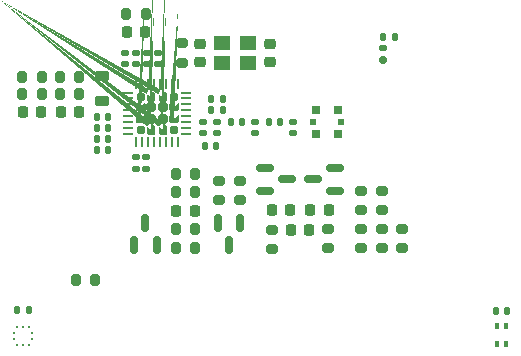
<source format=gtp>
G04 #@! TF.GenerationSoftware,KiCad,Pcbnew,(6.0.9)*
G04 #@! TF.CreationDate,2022-11-24T22:46:59+01:00*
G04 #@! TF.ProjectId,telinksensor-hw,74656c69-6e6b-4736-956e-736f722d6877,rev?*
G04 #@! TF.SameCoordinates,Original*
G04 #@! TF.FileFunction,Paste,Top*
G04 #@! TF.FilePolarity,Positive*
%FSLAX46Y46*%
G04 Gerber Fmt 4.6, Leading zero omitted, Abs format (unit mm)*
G04 Created by KiCad (PCBNEW (6.0.9)) date 2022-11-24 22:46:59*
%MOMM*%
%LPD*%
G01*
G04 APERTURE LIST*
G04 Aperture macros list*
%AMRoundRect*
0 Rectangle with rounded corners*
0 $1 Rounding radius*
0 $2 $3 $4 $5 $6 $7 $8 $9 X,Y pos of 4 corners*
0 Add a 4 corners polygon primitive as box body*
4,1,4,$2,$3,$4,$5,$6,$7,$8,$9,$2,$3,0*
0 Add four circle primitives for the rounded corners*
1,1,$1+$1,$2,$3*
1,1,$1+$1,$4,$5*
1,1,$1+$1,$6,$7*
1,1,$1+$1,$8,$9*
0 Add four rect primitives between the rounded corners*
20,1,$1+$1,$2,$3,$4,$5,0*
20,1,$1+$1,$4,$5,$6,$7,0*
20,1,$1+$1,$6,$7,$8,$9,0*
20,1,$1+$1,$8,$9,$2,$3,0*%
%AMFreePoly0*
4,1,51,0.336391,0.320733,0.339746,0.321325,0.342697,0.319621,0.352657,0.317865,0.367915,0.305062,0.385173,0.295098,0.387540,0.288594,0.392839,0.284148,0.396298,0.264531,0.403113,0.245807,0.403113,-0.182281,0.402286,-0.186969,0.402821,-0.188965,0.401395,-0.192023,0.398488,-0.208508,0.387729,-0.221330,0.380653,-0.236504,0.317127,-0.300030,0.313229,-0.302759,0.312195,-0.304550,
0.309022,-0.305705,0.295311,-0.315305,0.278638,-0.316764,0.262904,-0.322490,-0.262904,-0.322490,-0.267592,-0.321663,-0.269588,-0.322198,-0.272646,-0.320772,-0.289131,-0.317865,-0.301953,-0.307106,-0.317127,-0.300030,-0.380653,-0.236504,-0.383382,-0.232606,-0.385173,-0.231572,-0.386328,-0.228399,-0.395928,-0.214688,-0.397387,-0.198015,-0.403113,-0.182281,-0.403113,0.245807,-0.401356,0.255768,
-0.401948,0.259123,-0.400244,0.262074,-0.398488,0.272034,-0.385685,0.287292,-0.375721,0.304550,-0.369217,0.306917,-0.364771,0.312216,-0.345154,0.315675,-0.326430,0.322490,0.326430,0.322490,0.336391,0.320733,0.336391,0.320733,$1*%
%AMFreePoly1*
4,1,51,0.267590,0.321664,0.269588,0.322199,0.272649,0.320771,0.289131,0.317865,0.301953,0.307106,0.317127,0.300030,0.380653,0.236504,0.383383,0.232606,0.385173,0.231572,0.386327,0.228400,0.395928,0.214689,0.397387,0.198015,0.403113,0.182281,0.403113,-0.245807,0.401356,-0.255768,0.401948,-0.259123,0.400244,-0.262074,0.398488,-0.272034,0.385685,-0.287292,0.375721,-0.304550,
0.369217,-0.306917,0.364771,-0.312216,0.345154,-0.315675,0.326430,-0.322490,-0.326430,-0.322490,-0.336391,-0.320733,-0.339746,-0.321325,-0.342697,-0.319621,-0.352657,-0.317865,-0.367915,-0.305062,-0.385173,-0.295098,-0.387540,-0.288594,-0.392839,-0.284148,-0.396298,-0.264531,-0.403113,-0.245807,-0.403113,0.182281,-0.402287,0.186967,-0.402822,0.188965,-0.401394,0.192026,-0.398488,0.208508,
-0.387729,0.221330,-0.380653,0.236504,-0.317127,0.300030,-0.313229,0.302760,-0.312195,0.304550,-0.309023,0.305704,-0.295312,0.315305,-0.278638,0.316764,-0.262904,0.322490,0.262904,0.322490,0.267590,0.321664,0.267590,0.321664,$1*%
%AMFreePoly2*
4,1,51,0.255768,0.401356,0.259123,0.401948,0.262074,0.400244,0.272034,0.398488,0.287292,0.385685,0.304550,0.375721,0.306917,0.369217,0.312216,0.364771,0.315675,0.345154,0.322490,0.326430,0.322490,-0.326430,0.320733,-0.336391,0.321325,-0.339746,0.319621,-0.342697,0.317865,-0.352657,0.305062,-0.367915,0.295098,-0.385173,0.288594,-0.387540,0.284148,-0.392839,0.264531,-0.396298,
0.245807,-0.403113,-0.182281,-0.403113,-0.186969,-0.402286,-0.188965,-0.402821,-0.192023,-0.401395,-0.208508,-0.398488,-0.221330,-0.387729,-0.236504,-0.380653,-0.300030,-0.317127,-0.302759,-0.313229,-0.304550,-0.312195,-0.305705,-0.309022,-0.315305,-0.295311,-0.316764,-0.278638,-0.322490,-0.262904,-0.322490,0.262904,-0.321664,0.267590,-0.322199,0.269588,-0.320771,0.272649,-0.317865,0.289131,
-0.307106,0.301953,-0.300030,0.317127,-0.236504,0.380653,-0.232606,0.383383,-0.231572,0.385173,-0.228400,0.386327,-0.214689,0.395928,-0.198015,0.397387,-0.182281,0.403113,0.245807,0.403113,0.255768,0.401356,0.255768,0.401356,$1*%
%AMFreePoly3*
4,1,48,0.243847,0.320420,0.247801,0.321117,0.251279,0.319109,0.263019,0.317039,0.281007,0.301946,0.301344,0.290204,0.304133,0.282540,0.310381,0.277298,0.314459,0.254171,0.322490,0.232106,0.322490,-0.232106,0.320420,-0.243847,0.321117,-0.247801,0.319109,-0.251279,0.317039,-0.263019,0.301946,-0.281007,0.290204,-0.301344,0.282540,-0.304133,0.277298,-0.310381,0.254171,-0.314459,
0.232106,-0.322490,-0.232106,-0.322490,-0.243847,-0.320420,-0.247801,-0.321117,-0.251279,-0.319109,-0.263019,-0.317039,-0.281007,-0.301946,-0.301344,-0.290204,-0.304133,-0.282540,-0.310381,-0.277298,-0.314459,-0.254171,-0.322490,-0.232106,-0.322490,0.157228,-0.321516,0.162753,-0.322146,0.165105,-0.320466,0.168709,-0.317039,0.188141,-0.304356,0.203257,-0.296017,0.221139,-0.221139,0.296017,
-0.216544,0.299234,-0.215326,0.301344,-0.211588,0.302705,-0.195426,0.314021,-0.175771,0.315741,-0.157228,0.322490,0.232106,0.322490,0.243847,0.320420,0.243847,0.320420,$1*%
%AMFreePoly4*
4,1,48,0.243847,0.320420,0.247801,0.321117,0.251279,0.319109,0.263019,0.317039,0.281007,0.301946,0.301344,0.290204,0.304133,0.282540,0.310381,0.277298,0.314459,0.254171,0.322490,0.232106,0.322490,-0.232106,0.320420,-0.243847,0.321117,-0.247801,0.319109,-0.251279,0.317039,-0.263019,0.301946,-0.281007,0.290204,-0.301344,0.282540,-0.304133,0.277298,-0.310381,0.254171,-0.314459,
0.232106,-0.322490,-0.157228,-0.322490,-0.162754,-0.321516,-0.165106,-0.322146,-0.168710,-0.320465,-0.188141,-0.317039,-0.203256,-0.304356,-0.221139,-0.296017,-0.296017,-0.221139,-0.299234,-0.216544,-0.301344,-0.215326,-0.302705,-0.211588,-0.314021,-0.195426,-0.315741,-0.175771,-0.322490,-0.157228,-0.322490,0.232106,-0.320420,0.243847,-0.321117,0.247801,-0.319109,0.251279,-0.317039,0.263019,
-0.301946,0.281007,-0.290204,0.301344,-0.282540,0.304133,-0.277298,0.310381,-0.254171,0.314459,-0.232106,0.322490,0.232106,0.322490,0.243847,0.320420,0.243847,0.320420,$1*%
%AMFreePoly5*
4,1,51,0.186967,0.402287,0.188965,0.402822,0.192026,0.401394,0.208508,0.398488,0.221330,0.387729,0.236504,0.380653,0.300030,0.317127,0.302760,0.313229,0.304550,0.312195,0.305704,0.309023,0.315305,0.295312,0.316764,0.278638,0.322490,0.262904,0.322490,-0.262904,0.321663,-0.267592,0.322198,-0.269588,0.320772,-0.272646,0.317865,-0.289131,0.307106,-0.301953,0.300030,-0.317127,
0.236504,-0.380653,0.232606,-0.383382,0.231572,-0.385173,0.228399,-0.386328,0.214688,-0.395928,0.198015,-0.397387,0.182281,-0.403113,-0.245807,-0.403113,-0.255768,-0.401356,-0.259123,-0.401948,-0.262074,-0.400244,-0.272034,-0.398488,-0.287292,-0.385685,-0.304550,-0.375721,-0.306917,-0.369217,-0.312216,-0.364771,-0.315675,-0.345154,-0.322490,-0.326430,-0.322490,0.326430,-0.320733,0.336391,
-0.321325,0.339746,-0.319621,0.342697,-0.317865,0.352657,-0.305062,0.367915,-0.295098,0.385173,-0.288594,0.387540,-0.284148,0.392839,-0.264531,0.396298,-0.245807,0.403113,0.182281,0.403113,0.186967,0.402287,0.186967,0.402287,$1*%
%AMFreePoly6*
4,1,48,0.243847,0.320420,0.247801,0.321117,0.251279,0.319109,0.263019,0.317039,0.281007,0.301946,0.301344,0.290204,0.304133,0.282540,0.310381,0.277298,0.314459,0.254171,0.322490,0.232106,0.322490,-0.157228,0.321516,-0.162754,0.322146,-0.165106,0.320465,-0.168710,0.317039,-0.188141,0.304356,-0.203256,0.296017,-0.221139,0.221139,-0.296017,0.216544,-0.299234,0.215326,-0.301344,
0.211588,-0.302705,0.195426,-0.314021,0.175771,-0.315741,0.157228,-0.322490,-0.232106,-0.322490,-0.243847,-0.320420,-0.247801,-0.321117,-0.251279,-0.319109,-0.263019,-0.317039,-0.281007,-0.301946,-0.301344,-0.290204,-0.304133,-0.282540,-0.310381,-0.277298,-0.314459,-0.254171,-0.322490,-0.232106,-0.322490,0.232106,-0.320420,0.243847,-0.321117,0.247801,-0.319109,0.251279,-0.317039,0.263019,
-0.301946,0.281007,-0.290204,0.301344,-0.282540,0.304133,-0.277298,0.310381,-0.254171,0.314459,-0.232106,0.322490,0.232106,0.322490,0.243847,0.320420,0.243847,0.320420,$1*%
%AMFreePoly7*
4,1,48,0.162753,0.321516,0.165105,0.322146,0.168709,0.320466,0.188141,0.317039,0.203257,0.304356,0.221139,0.296017,0.296017,0.221139,0.299234,0.216544,0.301344,0.215326,0.302705,0.211588,0.314021,0.195426,0.315741,0.175771,0.322490,0.157228,0.322490,-0.232106,0.320420,-0.243847,0.321117,-0.247801,0.319109,-0.251279,0.317039,-0.263019,0.301946,-0.281007,0.290204,-0.301344,
0.282540,-0.304133,0.277298,-0.310381,0.254171,-0.314459,0.232106,-0.322490,-0.232106,-0.322490,-0.243847,-0.320420,-0.247801,-0.321117,-0.251279,-0.319109,-0.263019,-0.317039,-0.281007,-0.301946,-0.301344,-0.290204,-0.304133,-0.282540,-0.310381,-0.277298,-0.314459,-0.254171,-0.322490,-0.232106,-0.322490,0.232106,-0.320420,0.243847,-0.321117,0.247801,-0.319109,0.251279,-0.317039,0.263019,
-0.301946,0.281007,-0.290204,0.301344,-0.282540,0.304133,-0.277298,0.310381,-0.254171,0.314459,-0.232106,0.322490,0.157228,0.322490,0.162753,0.321516,0.162753,0.321516,$1*%
G04 Aperture macros list end*
%ADD10RoundRect,0.160000X0.160000X-0.160000X0.160000X0.160000X-0.160000X0.160000X-0.160000X-0.160000X0*%
%ADD11RoundRect,0.140000X0.170000X-0.140000X0.170000X0.140000X-0.170000X0.140000X-0.170000X-0.140000X0*%
%ADD12RoundRect,0.140000X0.140000X0.170000X-0.140000X0.170000X-0.140000X-0.170000X0.140000X-0.170000X0*%
%ADD13RoundRect,0.225000X-0.225000X-0.250000X0.225000X-0.250000X0.225000X0.250000X-0.225000X0.250000X0*%
%ADD14RoundRect,0.140000X-0.170000X0.140000X-0.170000X-0.140000X0.170000X-0.140000X0.170000X0.140000X0*%
%ADD15RoundRect,0.200000X0.275000X-0.200000X0.275000X0.200000X-0.275000X0.200000X-0.275000X-0.200000X0*%
%ADD16RoundRect,0.140000X-0.140000X-0.170000X0.140000X-0.170000X0.140000X0.170000X-0.140000X0.170000X0*%
%ADD17RoundRect,0.147500X0.172500X-0.147500X0.172500X0.147500X-0.172500X0.147500X-0.172500X-0.147500X0*%
%ADD18FreePoly0,270.000000*%
%ADD19FreePoly1,270.000000*%
%ADD20FreePoly2,270.000000*%
%ADD21FreePoly3,270.000000*%
%ADD22FreePoly4,270.000000*%
%ADD23RoundRect,0.201557X-0.201556X0.201556X-0.201556X-0.201556X0.201556X-0.201556X0.201556X0.201556X0*%
%ADD24FreePoly5,270.000000*%
%ADD25FreePoly6,270.000000*%
%ADD26FreePoly7,270.000000*%
%ADD27RoundRect,0.062500X-0.062500X0.337500X-0.062500X-0.337500X0.062500X-0.337500X0.062500X0.337500X0*%
%ADD28RoundRect,0.062500X-0.337500X0.062500X-0.337500X-0.062500X0.337500X-0.062500X0.337500X0.062500X0*%
%ADD29R,0.450000X0.600000*%
%ADD30RoundRect,0.200000X0.200000X0.275000X-0.200000X0.275000X-0.200000X-0.275000X0.200000X-0.275000X0*%
%ADD31RoundRect,0.200000X-0.200000X-0.275000X0.200000X-0.275000X0.200000X0.275000X-0.200000X0.275000X0*%
%ADD32RoundRect,0.150000X0.150000X-0.587500X0.150000X0.587500X-0.150000X0.587500X-0.150000X-0.587500X0*%
%ADD33RoundRect,0.150000X0.587500X0.150000X-0.587500X0.150000X-0.587500X-0.150000X0.587500X-0.150000X0*%
%ADD34RoundRect,0.218750X0.381250X-0.218750X0.381250X0.218750X-0.381250X0.218750X-0.381250X-0.218750X0*%
%ADD35RoundRect,0.200000X-0.275000X0.200000X-0.275000X-0.200000X0.275000X-0.200000X0.275000X0.200000X0*%
%ADD36RoundRect,0.225000X0.250000X-0.225000X0.250000X0.225000X-0.250000X0.225000X-0.250000X-0.225000X0*%
%ADD37RoundRect,0.225000X-0.250000X0.225000X-0.250000X-0.225000X0.250000X-0.225000X0.250000X0.225000X0*%
%ADD38R,0.580000X0.500000*%
%ADD39R,0.800000X0.750000*%
%ADD40RoundRect,0.150000X-0.587500X-0.150000X0.587500X-0.150000X0.587500X0.150000X-0.587500X0.150000X0*%
%ADD41RoundRect,0.147500X-0.147500X-0.172500X0.147500X-0.172500X0.147500X0.172500X-0.147500X0.172500X0*%
%ADD42RoundRect,0.150000X-0.150000X0.587500X-0.150000X-0.587500X0.150000X-0.587500X0.150000X0.587500X0*%
%ADD43R,0.275000X0.250000*%
%ADD44R,0.250000X0.275000*%
%ADD45R,1.400000X1.200000*%
G04 APERTURE END LIST*
D10*
X176150000Y-91960000D03*
D11*
X176150000Y-91000000D03*
D12*
X152854536Y-97758963D03*
X151894536Y-97758963D03*
D13*
X158625000Y-104750000D03*
X160175000Y-104750000D03*
D14*
X162099999Y-97255000D03*
X162099999Y-98215000D03*
X165300001Y-97250000D03*
X165300001Y-98210000D03*
D11*
X157056411Y-92350086D03*
X157056411Y-91390086D03*
X156134793Y-92356173D03*
X156134793Y-91396173D03*
D15*
X174300000Y-104725000D03*
X174300000Y-103075000D03*
D13*
X148825000Y-96400000D03*
X150375000Y-96400000D03*
D12*
X152859272Y-99600000D03*
X151899272Y-99600000D03*
D16*
X161597306Y-95298807D03*
X162557306Y-95298807D03*
D17*
X160900000Y-98220000D03*
X160900000Y-97250000D03*
D12*
X186630000Y-113257570D03*
X185670000Y-113257570D03*
D18*
X158400000Y-97000000D03*
D19*
X155600000Y-97000000D03*
D20*
X156500000Y-97900000D03*
D21*
X155600000Y-97900000D03*
D22*
X158400000Y-97900000D03*
D23*
X156500000Y-97000000D03*
D19*
X155600000Y-96000000D03*
D20*
X157500000Y-97900000D03*
D23*
X156500000Y-96000000D03*
D24*
X156500000Y-95100000D03*
D25*
X158400000Y-95100000D03*
D24*
X157500000Y-95100000D03*
D23*
X157500000Y-96000000D03*
X157500000Y-97000000D03*
D18*
X158400000Y-96000000D03*
D26*
X155600000Y-95100000D03*
D27*
X158750000Y-94050000D03*
X158250000Y-94050000D03*
X157750000Y-94050000D03*
X157250000Y-94050000D03*
X156750000Y-94050000D03*
X156250000Y-94050000D03*
X155750000Y-94050000D03*
X155250000Y-94050000D03*
D28*
X154550000Y-94750000D03*
X154550000Y-95250000D03*
X154550000Y-95750000D03*
X154550000Y-96250000D03*
X154550000Y-96750000D03*
X154550000Y-97250000D03*
X154550000Y-97750000D03*
X154550000Y-98250000D03*
D27*
X155250000Y-98950000D03*
X155750000Y-98950000D03*
X156250000Y-98950000D03*
X156750000Y-98950000D03*
X157250000Y-98950000D03*
X157750000Y-98950000D03*
X158250000Y-98950000D03*
X158750000Y-98950000D03*
D28*
X159450000Y-98250000D03*
X159450000Y-97750000D03*
X159450000Y-97250000D03*
X159450000Y-96750000D03*
X159450000Y-96250000D03*
X159450000Y-95750000D03*
X159450000Y-95250000D03*
X159450000Y-94750000D03*
D29*
X185750000Y-116040000D03*
X186550000Y-116040000D03*
X186550000Y-114540000D03*
X185750000Y-114540000D03*
D30*
X150425000Y-93400000D03*
X148775000Y-93400000D03*
D13*
X145625000Y-96400000D03*
X147175000Y-96400000D03*
D14*
X156100000Y-100242624D03*
X156100000Y-101202624D03*
D31*
X148775000Y-94900000D03*
X150425000Y-94900000D03*
D14*
X168520000Y-97250000D03*
X168520000Y-98210000D03*
D15*
X159075000Y-92225000D03*
X159075000Y-90575000D03*
D13*
X154425000Y-89600000D03*
X155975000Y-89600000D03*
D32*
X155050000Y-107637500D03*
X156950000Y-107637500D03*
X156000000Y-105762500D03*
D16*
X161595000Y-96225000D03*
X162555000Y-96225000D03*
D15*
X162200000Y-103850000D03*
X162200000Y-102200000D03*
D16*
X163220000Y-97250000D03*
X164180000Y-97250000D03*
D33*
X172077500Y-103050000D03*
X172077500Y-101150000D03*
X170202500Y-102100000D03*
D13*
X168331250Y-106400000D03*
X169881250Y-106400000D03*
D15*
X174300000Y-107925000D03*
X174300000Y-106275000D03*
D12*
X152857588Y-98676164D03*
X151897588Y-98676164D03*
D34*
X152375000Y-95462500D03*
X152375000Y-93337500D03*
D16*
X145164014Y-113192664D03*
X146124014Y-113192664D03*
D30*
X156025000Y-88100000D03*
X154375000Y-88100000D03*
D31*
X145575000Y-93400000D03*
X147225000Y-93400000D03*
D35*
X176000000Y-106275000D03*
X176000000Y-107925000D03*
D36*
X160659441Y-92175000D03*
X160659441Y-90625000D03*
D35*
X177700000Y-106275000D03*
X177700000Y-107925000D03*
D13*
X169975000Y-104700000D03*
X171525000Y-104700000D03*
X166687500Y-104700000D03*
X168237500Y-104700000D03*
D35*
X166712500Y-106375000D03*
X166712500Y-108025000D03*
D11*
X154300000Y-92352403D03*
X154300000Y-91392403D03*
D14*
X155185478Y-100236648D03*
X155185478Y-101196648D03*
D31*
X158575000Y-107900000D03*
X160225000Y-107900000D03*
D37*
X166600000Y-90625000D03*
X166600000Y-92175000D03*
D16*
X161020000Y-99300000D03*
X161980000Y-99300000D03*
D38*
X172560000Y-97250000D03*
X170240000Y-97250000D03*
D39*
X170450000Y-98275000D03*
X170450000Y-96225000D03*
X172350000Y-98275000D03*
X172350000Y-96225000D03*
D16*
X176150000Y-90050000D03*
X177110000Y-90050000D03*
D40*
X166125000Y-101150000D03*
X166125000Y-103050000D03*
X168000000Y-102100000D03*
D41*
X166435000Y-97250000D03*
X167405000Y-97250000D03*
D35*
X171500000Y-106275000D03*
X171500000Y-107925000D03*
X164000000Y-102200000D03*
X164000000Y-103850000D03*
D15*
X176000000Y-104725000D03*
X176000000Y-103075000D03*
D30*
X160225000Y-103175000D03*
X158575000Y-103175000D03*
D42*
X164050000Y-105762500D03*
X162150000Y-105762500D03*
X163100000Y-107637500D03*
D11*
X155216441Y-92355000D03*
X155216441Y-91395000D03*
D30*
X147225000Y-94900000D03*
X145575000Y-94900000D03*
D31*
X150094491Y-110600000D03*
X151744491Y-110600000D03*
D12*
X152855000Y-96844312D03*
X151895000Y-96844312D03*
D43*
X144887500Y-115100000D03*
X144887500Y-115600000D03*
D44*
X145150000Y-116112500D03*
X145650000Y-116112500D03*
X146150000Y-116112500D03*
D43*
X146412500Y-115600000D03*
X146412500Y-115100000D03*
D44*
X146150000Y-114587500D03*
X145650000Y-114587500D03*
X145150000Y-114587500D03*
D31*
X158575000Y-106325000D03*
X160225000Y-106325000D03*
D45*
X162530151Y-92250000D03*
X164730151Y-92250000D03*
X164730151Y-90550000D03*
X162530151Y-90550000D03*
D30*
X160225000Y-101625000D03*
X158575000Y-101625000D03*
M02*

</source>
